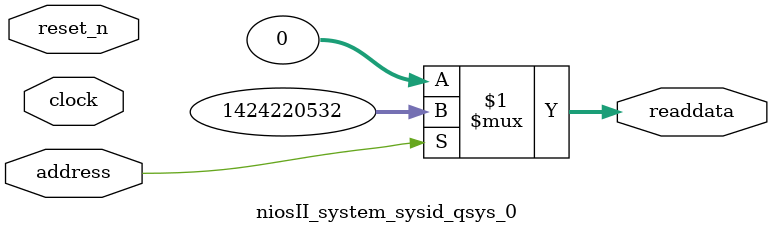
<source format=v>

`timescale 1ns / 1ps
// synthesis translate_on

// turn off superfluous verilog processor warnings 
// altera message_level Level1 
// altera message_off 10034 10035 10036 10037 10230 10240 10030 

module niosII_system_sysid_qsys_0 (
               // inputs:
                address,
                clock,
                reset_n,

               // outputs:
                readdata
             )
;

  output  [ 31: 0] readdata;
  input            address;
  input            clock;
  input            reset_n;

  wire    [ 31: 0] readdata;
  //control_slave, which is an e_avalon_slave
  assign readdata = address ? 1424220532 : 0;

endmodule




</source>
